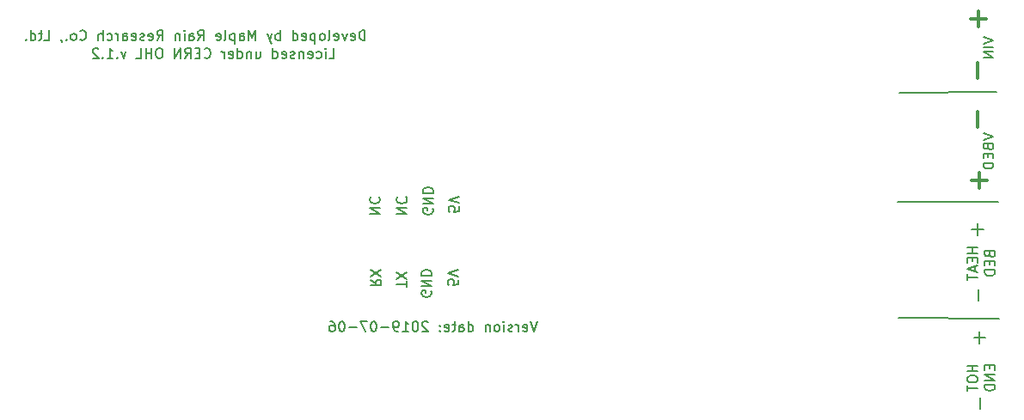
<source format=gbo>
G04 #@! TF.GenerationSoftware,KiCad,Pcbnew,5.0.2-bee76a0~70~ubuntu18.04.1*
G04 #@! TF.CreationDate,2019-07-27T20:09:16+09:00*
G04 #@! TF.ProjectId,MRR_ESPA,4d52525f-4553-4504-912e-6b696361645f,v1.2*
G04 #@! TF.SameCoordinates,Original*
G04 #@! TF.FileFunction,Legend,Bot*
G04 #@! TF.FilePolarity,Positive*
%FSLAX46Y46*%
G04 Gerber Fmt 4.6, Leading zero omitted, Abs format (unit mm)*
G04 Created by KiCad (PCBNEW 5.0.2-bee76a0~70~ubuntu18.04.1) date Sat 27 Jul 2019 08:09:16 PM JST*
%MOMM*%
%LPD*%
G01*
G04 APERTURE LIST*
%ADD10C,0.200000*%
%ADD11C,0.300000*%
G04 APERTURE END LIST*
D10*
X144150000Y-97200000D02*
X134300000Y-97150000D01*
X144050000Y-85750000D02*
X134200000Y-85750000D01*
X143900000Y-74900000D02*
X134350000Y-74950000D01*
X142052380Y-101859523D02*
X141052380Y-101859523D01*
X141528571Y-101859523D02*
X141528571Y-102430952D01*
X142052380Y-102430952D02*
X141052380Y-102430952D01*
X141052380Y-103097619D02*
X141052380Y-103288095D01*
X141100000Y-103383333D01*
X141195238Y-103478571D01*
X141385714Y-103526190D01*
X141719047Y-103526190D01*
X141909523Y-103478571D01*
X142004761Y-103383333D01*
X142052380Y-103288095D01*
X142052380Y-103097619D01*
X142004761Y-103002380D01*
X141909523Y-102907142D01*
X141719047Y-102859523D01*
X141385714Y-102859523D01*
X141195238Y-102907142D01*
X141100000Y-103002380D01*
X141052380Y-103097619D01*
X141052380Y-103811904D02*
X141052380Y-104383333D01*
X142052380Y-104097619D02*
X141052380Y-104097619D01*
X143228571Y-101811904D02*
X143228571Y-102145238D01*
X143752380Y-102288095D02*
X143752380Y-101811904D01*
X142752380Y-101811904D01*
X142752380Y-102288095D01*
X143752380Y-102716666D02*
X142752380Y-102716666D01*
X143752380Y-103288095D01*
X142752380Y-103288095D01*
X143752380Y-103764285D02*
X142752380Y-103764285D01*
X142752380Y-104002380D01*
X142800000Y-104145238D01*
X142895238Y-104240476D01*
X142990476Y-104288095D01*
X143180952Y-104335714D01*
X143323809Y-104335714D01*
X143514285Y-104288095D01*
X143609523Y-104240476D01*
X143704761Y-104145238D01*
X143752380Y-104002380D01*
X143752380Y-103764285D01*
X142052380Y-90202380D02*
X141052380Y-90202380D01*
X141528571Y-90202380D02*
X141528571Y-90773809D01*
X142052380Y-90773809D02*
X141052380Y-90773809D01*
X141528571Y-91250000D02*
X141528571Y-91583333D01*
X142052380Y-91726190D02*
X142052380Y-91250000D01*
X141052380Y-91250000D01*
X141052380Y-91726190D01*
X141766666Y-92107142D02*
X141766666Y-92583333D01*
X142052380Y-92011904D02*
X141052380Y-92345238D01*
X142052380Y-92678571D01*
X141052380Y-92869047D02*
X141052380Y-93440476D01*
X142052380Y-93154761D02*
X141052380Y-93154761D01*
X143228571Y-90869047D02*
X143276190Y-91011904D01*
X143323809Y-91059523D01*
X143419047Y-91107142D01*
X143561904Y-91107142D01*
X143657142Y-91059523D01*
X143704761Y-91011904D01*
X143752380Y-90916666D01*
X143752380Y-90535714D01*
X142752380Y-90535714D01*
X142752380Y-90869047D01*
X142800000Y-90964285D01*
X142847619Y-91011904D01*
X142942857Y-91059523D01*
X143038095Y-91059523D01*
X143133333Y-91011904D01*
X143180952Y-90964285D01*
X143228571Y-90869047D01*
X143228571Y-90535714D01*
X143228571Y-91535714D02*
X143228571Y-91869047D01*
X143752380Y-92011904D02*
X143752380Y-91535714D01*
X142752380Y-91535714D01*
X142752380Y-92011904D01*
X143752380Y-92440476D02*
X142752380Y-92440476D01*
X142752380Y-92678571D01*
X142800000Y-92821428D01*
X142895238Y-92916666D01*
X142990476Y-92964285D01*
X143180952Y-93011904D01*
X143323809Y-93011904D01*
X143514285Y-92964285D01*
X143609523Y-92916666D01*
X143704761Y-92821428D01*
X143752380Y-92678571D01*
X143752380Y-92440476D01*
X142602380Y-78964285D02*
X143602380Y-79297619D01*
X142602380Y-79630952D01*
X143078571Y-80297619D02*
X143126190Y-80440476D01*
X143173809Y-80488095D01*
X143269047Y-80535714D01*
X143411904Y-80535714D01*
X143507142Y-80488095D01*
X143554761Y-80440476D01*
X143602380Y-80345238D01*
X143602380Y-79964285D01*
X142602380Y-79964285D01*
X142602380Y-80297619D01*
X142650000Y-80392857D01*
X142697619Y-80440476D01*
X142792857Y-80488095D01*
X142888095Y-80488095D01*
X142983333Y-80440476D01*
X143030952Y-80392857D01*
X143078571Y-80297619D01*
X143078571Y-79964285D01*
X143078571Y-80964285D02*
X143078571Y-81297619D01*
X143602380Y-81440476D02*
X143602380Y-80964285D01*
X142602380Y-80964285D01*
X142602380Y-81440476D01*
X143602380Y-81869047D02*
X142602380Y-81869047D01*
X142602380Y-82107142D01*
X142650000Y-82250000D01*
X142745238Y-82345238D01*
X142840476Y-82392857D01*
X143030952Y-82440476D01*
X143173809Y-82440476D01*
X143364285Y-82392857D01*
X143459523Y-82345238D01*
X143554761Y-82250000D01*
X143602380Y-82107142D01*
X143602380Y-81869047D01*
X142602380Y-69454761D02*
X143602380Y-69788095D01*
X142602380Y-70121428D01*
X143602380Y-70454761D02*
X142602380Y-70454761D01*
X143602380Y-70930952D02*
X142602380Y-70930952D01*
X143602380Y-71502380D01*
X142602380Y-71502380D01*
X142317142Y-106136428D02*
X142317142Y-104993571D01*
X142242142Y-99686428D02*
X142242142Y-98543571D01*
X142813571Y-99115000D02*
X141670714Y-99115000D01*
X142057142Y-89006428D02*
X142057142Y-87863571D01*
X142628571Y-88435000D02*
X141485714Y-88435000D01*
X142132142Y-95456428D02*
X142132142Y-94313571D01*
D11*
X141398095Y-67722857D02*
X142921904Y-67722857D01*
X142160000Y-68484761D02*
X142160000Y-66960952D01*
X142052857Y-73541904D02*
X142052857Y-72018095D01*
X141438095Y-83612857D02*
X142961904Y-83612857D01*
X142200000Y-84374761D02*
X142200000Y-82850952D01*
X142082857Y-78331904D02*
X142082857Y-76808095D01*
D10*
X98677714Y-97496380D02*
X98344380Y-98496380D01*
X98011047Y-97496380D01*
X97296761Y-98448761D02*
X97392000Y-98496380D01*
X97582476Y-98496380D01*
X97677714Y-98448761D01*
X97725333Y-98353523D01*
X97725333Y-97972571D01*
X97677714Y-97877333D01*
X97582476Y-97829714D01*
X97392000Y-97829714D01*
X97296761Y-97877333D01*
X97249142Y-97972571D01*
X97249142Y-98067809D01*
X97725333Y-98163047D01*
X96820571Y-98496380D02*
X96820571Y-97829714D01*
X96820571Y-98020190D02*
X96772952Y-97924952D01*
X96725333Y-97877333D01*
X96630095Y-97829714D01*
X96534857Y-97829714D01*
X96249142Y-98448761D02*
X96153904Y-98496380D01*
X95963428Y-98496380D01*
X95868190Y-98448761D01*
X95820571Y-98353523D01*
X95820571Y-98305904D01*
X95868190Y-98210666D01*
X95963428Y-98163047D01*
X96106285Y-98163047D01*
X96201523Y-98115428D01*
X96249142Y-98020190D01*
X96249142Y-97972571D01*
X96201523Y-97877333D01*
X96106285Y-97829714D01*
X95963428Y-97829714D01*
X95868190Y-97877333D01*
X95391999Y-98496380D02*
X95391999Y-97829714D01*
X95391999Y-97496380D02*
X95439619Y-97544000D01*
X95391999Y-97591619D01*
X95344380Y-97544000D01*
X95391999Y-97496380D01*
X95391999Y-97591619D01*
X94772952Y-98496380D02*
X94868190Y-98448761D01*
X94915809Y-98401142D01*
X94963428Y-98305904D01*
X94963428Y-98020190D01*
X94915809Y-97924952D01*
X94868190Y-97877333D01*
X94772952Y-97829714D01*
X94630095Y-97829714D01*
X94534857Y-97877333D01*
X94487238Y-97924952D01*
X94439619Y-98020190D01*
X94439619Y-98305904D01*
X94487238Y-98401142D01*
X94534857Y-98448761D01*
X94630095Y-98496380D01*
X94772952Y-98496380D01*
X94011047Y-97829714D02*
X94011047Y-98496380D01*
X94011047Y-97924952D02*
X93963428Y-97877333D01*
X93868190Y-97829714D01*
X93725333Y-97829714D01*
X93630095Y-97877333D01*
X93582476Y-97972571D01*
X93582476Y-98496380D01*
X91915809Y-98496380D02*
X91915809Y-97496380D01*
X91915809Y-98448761D02*
X92011047Y-98496380D01*
X92201523Y-98496380D01*
X92296761Y-98448761D01*
X92344380Y-98401142D01*
X92391999Y-98305904D01*
X92391999Y-98020190D01*
X92344380Y-97924952D01*
X92296761Y-97877333D01*
X92201523Y-97829714D01*
X92011047Y-97829714D01*
X91915809Y-97877333D01*
X91011047Y-98496380D02*
X91011047Y-97972571D01*
X91058666Y-97877333D01*
X91153904Y-97829714D01*
X91344380Y-97829714D01*
X91439619Y-97877333D01*
X91011047Y-98448761D02*
X91106285Y-98496380D01*
X91344380Y-98496380D01*
X91439619Y-98448761D01*
X91487238Y-98353523D01*
X91487238Y-98258285D01*
X91439619Y-98163047D01*
X91344380Y-98115428D01*
X91106285Y-98115428D01*
X91011047Y-98067809D01*
X90677714Y-97829714D02*
X90296761Y-97829714D01*
X90534857Y-97496380D02*
X90534857Y-98353523D01*
X90487238Y-98448761D01*
X90391999Y-98496380D01*
X90296761Y-98496380D01*
X89582476Y-98448761D02*
X89677714Y-98496380D01*
X89868190Y-98496380D01*
X89963428Y-98448761D01*
X90011047Y-98353523D01*
X90011047Y-97972571D01*
X89963428Y-97877333D01*
X89868190Y-97829714D01*
X89677714Y-97829714D01*
X89582476Y-97877333D01*
X89534857Y-97972571D01*
X89534857Y-98067809D01*
X90011047Y-98163047D01*
X89106285Y-98401142D02*
X89058666Y-98448761D01*
X89106285Y-98496380D01*
X89153904Y-98448761D01*
X89106285Y-98401142D01*
X89106285Y-98496380D01*
X89106285Y-97877333D02*
X89058666Y-97924952D01*
X89106285Y-97972571D01*
X89153904Y-97924952D01*
X89106285Y-97877333D01*
X89106285Y-97972571D01*
X87915809Y-97591619D02*
X87868190Y-97544000D01*
X87772952Y-97496380D01*
X87534857Y-97496380D01*
X87439619Y-97544000D01*
X87391999Y-97591619D01*
X87344380Y-97686857D01*
X87344380Y-97782095D01*
X87391999Y-97924952D01*
X87963428Y-98496380D01*
X87344380Y-98496380D01*
X86725333Y-97496380D02*
X86630095Y-97496380D01*
X86534857Y-97544000D01*
X86487238Y-97591619D01*
X86439619Y-97686857D01*
X86391999Y-97877333D01*
X86391999Y-98115428D01*
X86439619Y-98305904D01*
X86487238Y-98401142D01*
X86534857Y-98448761D01*
X86630095Y-98496380D01*
X86725333Y-98496380D01*
X86820571Y-98448761D01*
X86868190Y-98401142D01*
X86915809Y-98305904D01*
X86963428Y-98115428D01*
X86963428Y-97877333D01*
X86915809Y-97686857D01*
X86868190Y-97591619D01*
X86820571Y-97544000D01*
X86725333Y-97496380D01*
X85439619Y-98496380D02*
X86011047Y-98496380D01*
X85725333Y-98496380D02*
X85725333Y-97496380D01*
X85820571Y-97639238D01*
X85915809Y-97734476D01*
X86011047Y-97782095D01*
X84963428Y-98496380D02*
X84772952Y-98496380D01*
X84677714Y-98448761D01*
X84630095Y-98401142D01*
X84534857Y-98258285D01*
X84487238Y-98067809D01*
X84487238Y-97686857D01*
X84534857Y-97591619D01*
X84582476Y-97544000D01*
X84677714Y-97496380D01*
X84868190Y-97496380D01*
X84963428Y-97544000D01*
X85011047Y-97591619D01*
X85058666Y-97686857D01*
X85058666Y-97924952D01*
X85011047Y-98020190D01*
X84963428Y-98067809D01*
X84868190Y-98115428D01*
X84677714Y-98115428D01*
X84582476Y-98067809D01*
X84534857Y-98020190D01*
X84487238Y-97924952D01*
X84058666Y-98115428D02*
X83296761Y-98115428D01*
X82630095Y-97496380D02*
X82534857Y-97496380D01*
X82439619Y-97544000D01*
X82391999Y-97591619D01*
X82344380Y-97686857D01*
X82296761Y-97877333D01*
X82296761Y-98115428D01*
X82344380Y-98305904D01*
X82391999Y-98401142D01*
X82439619Y-98448761D01*
X82534857Y-98496380D01*
X82630095Y-98496380D01*
X82725333Y-98448761D01*
X82772952Y-98401142D01*
X82820571Y-98305904D01*
X82868190Y-98115428D01*
X82868190Y-97877333D01*
X82820571Y-97686857D01*
X82772952Y-97591619D01*
X82725333Y-97544000D01*
X82630095Y-97496380D01*
X81963428Y-97496380D02*
X81296761Y-97496380D01*
X81725333Y-98496380D01*
X80915809Y-98115428D02*
X80153904Y-98115428D01*
X79487238Y-97496380D02*
X79391999Y-97496380D01*
X79296761Y-97544000D01*
X79249142Y-97591619D01*
X79201523Y-97686857D01*
X79153904Y-97877333D01*
X79153904Y-98115428D01*
X79201523Y-98305904D01*
X79249142Y-98401142D01*
X79296761Y-98448761D01*
X79391999Y-98496380D01*
X79487238Y-98496380D01*
X79582476Y-98448761D01*
X79630095Y-98401142D01*
X79677714Y-98305904D01*
X79725333Y-98115428D01*
X79725333Y-97877333D01*
X79677714Y-97686857D01*
X79630095Y-97591619D01*
X79582476Y-97544000D01*
X79487238Y-97496380D01*
X78296761Y-97496380D02*
X78487238Y-97496380D01*
X78582476Y-97544000D01*
X78630095Y-97591619D01*
X78725333Y-97734476D01*
X78772952Y-97924952D01*
X78772952Y-98305904D01*
X78725333Y-98401142D01*
X78677714Y-98448761D01*
X78582476Y-98496380D01*
X78391999Y-98496380D01*
X78296761Y-98448761D01*
X78249142Y-98401142D01*
X78201523Y-98305904D01*
X78201523Y-98067809D01*
X78249142Y-97972571D01*
X78296761Y-97924952D01*
X78391999Y-97877333D01*
X78582476Y-97877333D01*
X78677714Y-97924952D01*
X78725333Y-97972571D01*
X78772952Y-98067809D01*
X81714476Y-69794380D02*
X81714476Y-68794380D01*
X81476380Y-68794380D01*
X81333523Y-68842000D01*
X81238285Y-68937238D01*
X81190666Y-69032476D01*
X81143047Y-69222952D01*
X81143047Y-69365809D01*
X81190666Y-69556285D01*
X81238285Y-69651523D01*
X81333523Y-69746761D01*
X81476380Y-69794380D01*
X81714476Y-69794380D01*
X80333523Y-69746761D02*
X80428761Y-69794380D01*
X80619238Y-69794380D01*
X80714476Y-69746761D01*
X80762095Y-69651523D01*
X80762095Y-69270571D01*
X80714476Y-69175333D01*
X80619238Y-69127714D01*
X80428761Y-69127714D01*
X80333523Y-69175333D01*
X80285904Y-69270571D01*
X80285904Y-69365809D01*
X80762095Y-69461047D01*
X79952571Y-69127714D02*
X79714476Y-69794380D01*
X79476380Y-69127714D01*
X78714476Y-69746761D02*
X78809714Y-69794380D01*
X79000190Y-69794380D01*
X79095428Y-69746761D01*
X79143047Y-69651523D01*
X79143047Y-69270571D01*
X79095428Y-69175333D01*
X79000190Y-69127714D01*
X78809714Y-69127714D01*
X78714476Y-69175333D01*
X78666857Y-69270571D01*
X78666857Y-69365809D01*
X79143047Y-69461047D01*
X78095428Y-69794380D02*
X78190666Y-69746761D01*
X78238285Y-69651523D01*
X78238285Y-68794380D01*
X77571619Y-69794380D02*
X77666857Y-69746761D01*
X77714476Y-69699142D01*
X77762095Y-69603904D01*
X77762095Y-69318190D01*
X77714476Y-69222952D01*
X77666857Y-69175333D01*
X77571619Y-69127714D01*
X77428761Y-69127714D01*
X77333523Y-69175333D01*
X77285904Y-69222952D01*
X77238285Y-69318190D01*
X77238285Y-69603904D01*
X77285904Y-69699142D01*
X77333523Y-69746761D01*
X77428761Y-69794380D01*
X77571619Y-69794380D01*
X76809714Y-69127714D02*
X76809714Y-70127714D01*
X76809714Y-69175333D02*
X76714476Y-69127714D01*
X76524000Y-69127714D01*
X76428761Y-69175333D01*
X76381142Y-69222952D01*
X76333523Y-69318190D01*
X76333523Y-69603904D01*
X76381142Y-69699142D01*
X76428761Y-69746761D01*
X76524000Y-69794380D01*
X76714476Y-69794380D01*
X76809714Y-69746761D01*
X75524000Y-69746761D02*
X75619238Y-69794380D01*
X75809714Y-69794380D01*
X75904952Y-69746761D01*
X75952571Y-69651523D01*
X75952571Y-69270571D01*
X75904952Y-69175333D01*
X75809714Y-69127714D01*
X75619238Y-69127714D01*
X75524000Y-69175333D01*
X75476380Y-69270571D01*
X75476380Y-69365809D01*
X75952571Y-69461047D01*
X74619238Y-69794380D02*
X74619238Y-68794380D01*
X74619238Y-69746761D02*
X74714476Y-69794380D01*
X74904952Y-69794380D01*
X75000190Y-69746761D01*
X75047809Y-69699142D01*
X75095428Y-69603904D01*
X75095428Y-69318190D01*
X75047809Y-69222952D01*
X75000190Y-69175333D01*
X74904952Y-69127714D01*
X74714476Y-69127714D01*
X74619238Y-69175333D01*
X73381142Y-69794380D02*
X73381142Y-68794380D01*
X73381142Y-69175333D02*
X73285904Y-69127714D01*
X73095428Y-69127714D01*
X73000190Y-69175333D01*
X72952571Y-69222952D01*
X72904952Y-69318190D01*
X72904952Y-69603904D01*
X72952571Y-69699142D01*
X73000190Y-69746761D01*
X73095428Y-69794380D01*
X73285904Y-69794380D01*
X73381142Y-69746761D01*
X72571619Y-69127714D02*
X72333523Y-69794380D01*
X72095428Y-69127714D02*
X72333523Y-69794380D01*
X72428761Y-70032476D01*
X72476380Y-70080095D01*
X72571619Y-70127714D01*
X70952571Y-69794380D02*
X70952571Y-68794380D01*
X70619238Y-69508666D01*
X70285904Y-68794380D01*
X70285904Y-69794380D01*
X69381142Y-69794380D02*
X69381142Y-69270571D01*
X69428761Y-69175333D01*
X69524000Y-69127714D01*
X69714476Y-69127714D01*
X69809714Y-69175333D01*
X69381142Y-69746761D02*
X69476380Y-69794380D01*
X69714476Y-69794380D01*
X69809714Y-69746761D01*
X69857333Y-69651523D01*
X69857333Y-69556285D01*
X69809714Y-69461047D01*
X69714476Y-69413428D01*
X69476380Y-69413428D01*
X69381142Y-69365809D01*
X68904952Y-69127714D02*
X68904952Y-70127714D01*
X68904952Y-69175333D02*
X68809714Y-69127714D01*
X68619238Y-69127714D01*
X68524000Y-69175333D01*
X68476380Y-69222952D01*
X68428761Y-69318190D01*
X68428761Y-69603904D01*
X68476380Y-69699142D01*
X68524000Y-69746761D01*
X68619238Y-69794380D01*
X68809714Y-69794380D01*
X68904952Y-69746761D01*
X67857333Y-69794380D02*
X67952571Y-69746761D01*
X68000190Y-69651523D01*
X68000190Y-68794380D01*
X67095428Y-69746761D02*
X67190666Y-69794380D01*
X67381142Y-69794380D01*
X67476380Y-69746761D01*
X67524000Y-69651523D01*
X67524000Y-69270571D01*
X67476380Y-69175333D01*
X67381142Y-69127714D01*
X67190666Y-69127714D01*
X67095428Y-69175333D01*
X67047809Y-69270571D01*
X67047809Y-69365809D01*
X67524000Y-69461047D01*
X65285904Y-69794380D02*
X65619238Y-69318190D01*
X65857333Y-69794380D02*
X65857333Y-68794380D01*
X65476380Y-68794380D01*
X65381142Y-68842000D01*
X65333523Y-68889619D01*
X65285904Y-68984857D01*
X65285904Y-69127714D01*
X65333523Y-69222952D01*
X65381142Y-69270571D01*
X65476380Y-69318190D01*
X65857333Y-69318190D01*
X64428761Y-69794380D02*
X64428761Y-69270571D01*
X64476380Y-69175333D01*
X64571619Y-69127714D01*
X64762095Y-69127714D01*
X64857333Y-69175333D01*
X64428761Y-69746761D02*
X64524000Y-69794380D01*
X64762095Y-69794380D01*
X64857333Y-69746761D01*
X64904952Y-69651523D01*
X64904952Y-69556285D01*
X64857333Y-69461047D01*
X64762095Y-69413428D01*
X64524000Y-69413428D01*
X64428761Y-69365809D01*
X63952571Y-69794380D02*
X63952571Y-69127714D01*
X63952571Y-68794380D02*
X64000190Y-68842000D01*
X63952571Y-68889619D01*
X63904952Y-68842000D01*
X63952571Y-68794380D01*
X63952571Y-68889619D01*
X63476380Y-69127714D02*
X63476380Y-69794380D01*
X63476380Y-69222952D02*
X63428761Y-69175333D01*
X63333523Y-69127714D01*
X63190666Y-69127714D01*
X63095428Y-69175333D01*
X63047809Y-69270571D01*
X63047809Y-69794380D01*
X61238285Y-69794380D02*
X61571619Y-69318190D01*
X61809714Y-69794380D02*
X61809714Y-68794380D01*
X61428761Y-68794380D01*
X61333523Y-68842000D01*
X61285904Y-68889619D01*
X61238285Y-68984857D01*
X61238285Y-69127714D01*
X61285904Y-69222952D01*
X61333523Y-69270571D01*
X61428761Y-69318190D01*
X61809714Y-69318190D01*
X60428761Y-69746761D02*
X60524000Y-69794380D01*
X60714476Y-69794380D01*
X60809714Y-69746761D01*
X60857333Y-69651523D01*
X60857333Y-69270571D01*
X60809714Y-69175333D01*
X60714476Y-69127714D01*
X60524000Y-69127714D01*
X60428761Y-69175333D01*
X60381142Y-69270571D01*
X60381142Y-69365809D01*
X60857333Y-69461047D01*
X60000190Y-69746761D02*
X59904952Y-69794380D01*
X59714476Y-69794380D01*
X59619238Y-69746761D01*
X59571619Y-69651523D01*
X59571619Y-69603904D01*
X59619238Y-69508666D01*
X59714476Y-69461047D01*
X59857333Y-69461047D01*
X59952571Y-69413428D01*
X60000190Y-69318190D01*
X60000190Y-69270571D01*
X59952571Y-69175333D01*
X59857333Y-69127714D01*
X59714476Y-69127714D01*
X59619238Y-69175333D01*
X58762095Y-69746761D02*
X58857333Y-69794380D01*
X59047809Y-69794380D01*
X59143047Y-69746761D01*
X59190666Y-69651523D01*
X59190666Y-69270571D01*
X59143047Y-69175333D01*
X59047809Y-69127714D01*
X58857333Y-69127714D01*
X58762095Y-69175333D01*
X58714476Y-69270571D01*
X58714476Y-69365809D01*
X59190666Y-69461047D01*
X57857333Y-69794380D02*
X57857333Y-69270571D01*
X57904952Y-69175333D01*
X58000190Y-69127714D01*
X58190666Y-69127714D01*
X58285904Y-69175333D01*
X57857333Y-69746761D02*
X57952571Y-69794380D01*
X58190666Y-69794380D01*
X58285904Y-69746761D01*
X58333523Y-69651523D01*
X58333523Y-69556285D01*
X58285904Y-69461047D01*
X58190666Y-69413428D01*
X57952571Y-69413428D01*
X57857333Y-69365809D01*
X57381142Y-69794380D02*
X57381142Y-69127714D01*
X57381142Y-69318190D02*
X57333523Y-69222952D01*
X57285904Y-69175333D01*
X57190666Y-69127714D01*
X57095428Y-69127714D01*
X56333523Y-69746761D02*
X56428761Y-69794380D01*
X56619238Y-69794380D01*
X56714476Y-69746761D01*
X56762095Y-69699142D01*
X56809714Y-69603904D01*
X56809714Y-69318190D01*
X56762095Y-69222952D01*
X56714476Y-69175333D01*
X56619238Y-69127714D01*
X56428761Y-69127714D01*
X56333523Y-69175333D01*
X55904952Y-69794380D02*
X55904952Y-68794380D01*
X55476380Y-69794380D02*
X55476380Y-69270571D01*
X55524000Y-69175333D01*
X55619238Y-69127714D01*
X55762095Y-69127714D01*
X55857333Y-69175333D01*
X55904952Y-69222952D01*
X53666857Y-69699142D02*
X53714476Y-69746761D01*
X53857333Y-69794380D01*
X53952571Y-69794380D01*
X54095428Y-69746761D01*
X54190666Y-69651523D01*
X54238285Y-69556285D01*
X54285904Y-69365809D01*
X54285904Y-69222952D01*
X54238285Y-69032476D01*
X54190666Y-68937238D01*
X54095428Y-68842000D01*
X53952571Y-68794380D01*
X53857333Y-68794380D01*
X53714476Y-68842000D01*
X53666857Y-68889619D01*
X53095428Y-69794380D02*
X53190666Y-69746761D01*
X53238285Y-69699142D01*
X53285904Y-69603904D01*
X53285904Y-69318190D01*
X53238285Y-69222952D01*
X53190666Y-69175333D01*
X53095428Y-69127714D01*
X52952571Y-69127714D01*
X52857333Y-69175333D01*
X52809714Y-69222952D01*
X52762095Y-69318190D01*
X52762095Y-69603904D01*
X52809714Y-69699142D01*
X52857333Y-69746761D01*
X52952571Y-69794380D01*
X53095428Y-69794380D01*
X52333523Y-69699142D02*
X52285904Y-69746761D01*
X52333523Y-69794380D01*
X52381142Y-69746761D01*
X52333523Y-69699142D01*
X52333523Y-69794380D01*
X51809714Y-69746761D02*
X51809714Y-69794380D01*
X51857333Y-69889619D01*
X51904952Y-69937238D01*
X50143047Y-69794380D02*
X50619238Y-69794380D01*
X50619238Y-68794380D01*
X49952571Y-69127714D02*
X49571619Y-69127714D01*
X49809714Y-68794380D02*
X49809714Y-69651523D01*
X49762095Y-69746761D01*
X49666857Y-69794380D01*
X49571619Y-69794380D01*
X48809714Y-69794380D02*
X48809714Y-68794380D01*
X48809714Y-69746761D02*
X48904952Y-69794380D01*
X49095428Y-69794380D01*
X49190666Y-69746761D01*
X49238285Y-69699142D01*
X49285904Y-69603904D01*
X49285904Y-69318190D01*
X49238285Y-69222952D01*
X49190666Y-69175333D01*
X49095428Y-69127714D01*
X48904952Y-69127714D01*
X48809714Y-69175333D01*
X48333523Y-69699142D02*
X48285904Y-69746761D01*
X48333523Y-69794380D01*
X48381142Y-69746761D01*
X48333523Y-69699142D01*
X48333523Y-69794380D01*
X78182952Y-71572380D02*
X78659142Y-71572380D01*
X78659142Y-70572380D01*
X77849619Y-71572380D02*
X77849619Y-70905714D01*
X77849619Y-70572380D02*
X77897238Y-70620000D01*
X77849619Y-70667619D01*
X77802000Y-70620000D01*
X77849619Y-70572380D01*
X77849619Y-70667619D01*
X76944857Y-71524761D02*
X77040095Y-71572380D01*
X77230571Y-71572380D01*
X77325809Y-71524761D01*
X77373428Y-71477142D01*
X77421047Y-71381904D01*
X77421047Y-71096190D01*
X77373428Y-71000952D01*
X77325809Y-70953333D01*
X77230571Y-70905714D01*
X77040095Y-70905714D01*
X76944857Y-70953333D01*
X76135333Y-71524761D02*
X76230571Y-71572380D01*
X76421047Y-71572380D01*
X76516285Y-71524761D01*
X76563904Y-71429523D01*
X76563904Y-71048571D01*
X76516285Y-70953333D01*
X76421047Y-70905714D01*
X76230571Y-70905714D01*
X76135333Y-70953333D01*
X76087714Y-71048571D01*
X76087714Y-71143809D01*
X76563904Y-71239047D01*
X75659142Y-70905714D02*
X75659142Y-71572380D01*
X75659142Y-71000952D02*
X75611523Y-70953333D01*
X75516285Y-70905714D01*
X75373428Y-70905714D01*
X75278190Y-70953333D01*
X75230571Y-71048571D01*
X75230571Y-71572380D01*
X74802000Y-71524761D02*
X74706761Y-71572380D01*
X74516285Y-71572380D01*
X74421047Y-71524761D01*
X74373428Y-71429523D01*
X74373428Y-71381904D01*
X74421047Y-71286666D01*
X74516285Y-71239047D01*
X74659142Y-71239047D01*
X74754380Y-71191428D01*
X74802000Y-71096190D01*
X74802000Y-71048571D01*
X74754380Y-70953333D01*
X74659142Y-70905714D01*
X74516285Y-70905714D01*
X74421047Y-70953333D01*
X73563904Y-71524761D02*
X73659142Y-71572380D01*
X73849619Y-71572380D01*
X73944857Y-71524761D01*
X73992476Y-71429523D01*
X73992476Y-71048571D01*
X73944857Y-70953333D01*
X73849619Y-70905714D01*
X73659142Y-70905714D01*
X73563904Y-70953333D01*
X73516285Y-71048571D01*
X73516285Y-71143809D01*
X73992476Y-71239047D01*
X72659142Y-71572380D02*
X72659142Y-70572380D01*
X72659142Y-71524761D02*
X72754380Y-71572380D01*
X72944857Y-71572380D01*
X73040095Y-71524761D01*
X73087714Y-71477142D01*
X73135333Y-71381904D01*
X73135333Y-71096190D01*
X73087714Y-71000952D01*
X73040095Y-70953333D01*
X72944857Y-70905714D01*
X72754380Y-70905714D01*
X72659142Y-70953333D01*
X70992476Y-70905714D02*
X70992476Y-71572380D01*
X71421047Y-70905714D02*
X71421047Y-71429523D01*
X71373428Y-71524761D01*
X71278190Y-71572380D01*
X71135333Y-71572380D01*
X71040095Y-71524761D01*
X70992476Y-71477142D01*
X70516285Y-70905714D02*
X70516285Y-71572380D01*
X70516285Y-71000952D02*
X70468666Y-70953333D01*
X70373428Y-70905714D01*
X70230571Y-70905714D01*
X70135333Y-70953333D01*
X70087714Y-71048571D01*
X70087714Y-71572380D01*
X69182952Y-71572380D02*
X69182952Y-70572380D01*
X69182952Y-71524761D02*
X69278190Y-71572380D01*
X69468666Y-71572380D01*
X69563904Y-71524761D01*
X69611523Y-71477142D01*
X69659142Y-71381904D01*
X69659142Y-71096190D01*
X69611523Y-71000952D01*
X69563904Y-70953333D01*
X69468666Y-70905714D01*
X69278190Y-70905714D01*
X69182952Y-70953333D01*
X68325809Y-71524761D02*
X68421047Y-71572380D01*
X68611523Y-71572380D01*
X68706761Y-71524761D01*
X68754380Y-71429523D01*
X68754380Y-71048571D01*
X68706761Y-70953333D01*
X68611523Y-70905714D01*
X68421047Y-70905714D01*
X68325809Y-70953333D01*
X68278190Y-71048571D01*
X68278190Y-71143809D01*
X68754380Y-71239047D01*
X67849619Y-71572380D02*
X67849619Y-70905714D01*
X67849619Y-71096190D02*
X67802000Y-71000952D01*
X67754380Y-70953333D01*
X67659142Y-70905714D01*
X67563904Y-70905714D01*
X65897238Y-71477142D02*
X65944857Y-71524761D01*
X66087714Y-71572380D01*
X66182952Y-71572380D01*
X66325809Y-71524761D01*
X66421047Y-71429523D01*
X66468666Y-71334285D01*
X66516285Y-71143809D01*
X66516285Y-71000952D01*
X66468666Y-70810476D01*
X66421047Y-70715238D01*
X66325809Y-70620000D01*
X66182952Y-70572380D01*
X66087714Y-70572380D01*
X65944857Y-70620000D01*
X65897238Y-70667619D01*
X65468666Y-71048571D02*
X65135333Y-71048571D01*
X64992476Y-71572380D02*
X65468666Y-71572380D01*
X65468666Y-70572380D01*
X64992476Y-70572380D01*
X63992476Y-71572380D02*
X64325809Y-71096190D01*
X64563904Y-71572380D02*
X64563904Y-70572380D01*
X64182952Y-70572380D01*
X64087714Y-70620000D01*
X64040095Y-70667619D01*
X63992476Y-70762857D01*
X63992476Y-70905714D01*
X64040095Y-71000952D01*
X64087714Y-71048571D01*
X64182952Y-71096190D01*
X64563904Y-71096190D01*
X63563904Y-71572380D02*
X63563904Y-70572380D01*
X62992476Y-71572380D01*
X62992476Y-70572380D01*
X61563904Y-70572380D02*
X61373428Y-70572380D01*
X61278190Y-70620000D01*
X61182952Y-70715238D01*
X61135333Y-70905714D01*
X61135333Y-71239047D01*
X61182952Y-71429523D01*
X61278190Y-71524761D01*
X61373428Y-71572380D01*
X61563904Y-71572380D01*
X61659142Y-71524761D01*
X61754380Y-71429523D01*
X61802000Y-71239047D01*
X61802000Y-70905714D01*
X61754380Y-70715238D01*
X61659142Y-70620000D01*
X61563904Y-70572380D01*
X60706761Y-71572380D02*
X60706761Y-70572380D01*
X60706761Y-71048571D02*
X60135333Y-71048571D01*
X60135333Y-71572380D02*
X60135333Y-70572380D01*
X59182952Y-71572380D02*
X59659142Y-71572380D01*
X59659142Y-70572380D01*
X58182952Y-70905714D02*
X57944857Y-71572380D01*
X57706761Y-70905714D01*
X57325809Y-71477142D02*
X57278190Y-71524761D01*
X57325809Y-71572380D01*
X57373428Y-71524761D01*
X57325809Y-71477142D01*
X57325809Y-71572380D01*
X56325809Y-71572380D02*
X56897238Y-71572380D01*
X56611523Y-71572380D02*
X56611523Y-70572380D01*
X56706761Y-70715238D01*
X56802000Y-70810476D01*
X56897238Y-70858095D01*
X55897238Y-71477142D02*
X55849619Y-71524761D01*
X55897238Y-71572380D01*
X55944857Y-71524761D01*
X55897238Y-71477142D01*
X55897238Y-71572380D01*
X55468666Y-70667619D02*
X55421047Y-70620000D01*
X55325809Y-70572380D01*
X55087714Y-70572380D01*
X54992476Y-70620000D01*
X54944857Y-70667619D01*
X54897238Y-70762857D01*
X54897238Y-70858095D01*
X54944857Y-71000952D01*
X55516285Y-71572380D01*
X54897238Y-71572380D01*
X82306866Y-93399106D02*
X82783056Y-93732440D01*
X82306866Y-93970535D02*
X83306866Y-93970535D01*
X83306866Y-93589582D01*
X83259247Y-93494344D01*
X83211627Y-93446725D01*
X83116389Y-93399106D01*
X82973532Y-93399106D01*
X82878294Y-93446725D01*
X82830675Y-93494344D01*
X82783056Y-93589582D01*
X82783056Y-93970535D01*
X83306866Y-93065773D02*
X82306866Y-92399106D01*
X83306866Y-92399106D02*
X82306866Y-93065773D01*
X85806866Y-94119344D02*
X85806866Y-93547916D01*
X84806866Y-93833630D02*
X85806866Y-93833630D01*
X85806866Y-93309820D02*
X84806866Y-92643154D01*
X85806866Y-92643154D02*
X84806866Y-93309820D01*
X82206866Y-86868154D02*
X83206866Y-86868154D01*
X82206866Y-86296725D01*
X83206866Y-86296725D01*
X82302104Y-85249106D02*
X82254485Y-85296725D01*
X82206866Y-85439582D01*
X82206866Y-85534820D01*
X82254485Y-85677678D01*
X82349723Y-85772916D01*
X82444961Y-85820535D01*
X82635437Y-85868154D01*
X82778294Y-85868154D01*
X82968770Y-85820535D01*
X83064008Y-85772916D01*
X83159247Y-85677678D01*
X83206866Y-85534820D01*
X83206866Y-85439582D01*
X83159247Y-85296725D01*
X83111627Y-85249106D01*
X84856866Y-86868154D02*
X85856866Y-86868154D01*
X84856866Y-86296725D01*
X85856866Y-86296725D01*
X84952104Y-85249106D02*
X84904485Y-85296725D01*
X84856866Y-85439582D01*
X84856866Y-85534820D01*
X84904485Y-85677678D01*
X84999723Y-85772916D01*
X85094961Y-85820535D01*
X85285437Y-85868154D01*
X85428294Y-85868154D01*
X85618770Y-85820535D01*
X85714008Y-85772916D01*
X85809247Y-85677678D01*
X85856866Y-85534820D01*
X85856866Y-85439582D01*
X85809247Y-85296725D01*
X85761627Y-85249106D01*
X88384247Y-86394344D02*
X88431866Y-86489582D01*
X88431866Y-86632440D01*
X88384247Y-86775297D01*
X88289008Y-86870535D01*
X88193770Y-86918154D01*
X88003294Y-86965773D01*
X87860437Y-86965773D01*
X87669961Y-86918154D01*
X87574723Y-86870535D01*
X87479485Y-86775297D01*
X87431866Y-86632440D01*
X87431866Y-86537201D01*
X87479485Y-86394344D01*
X87527104Y-86346725D01*
X87860437Y-86346725D01*
X87860437Y-86537201D01*
X87431866Y-85918154D02*
X88431866Y-85918154D01*
X87431866Y-85346725D01*
X88431866Y-85346725D01*
X87431866Y-84870535D02*
X88431866Y-84870535D01*
X88431866Y-84632440D01*
X88384247Y-84489582D01*
X88289008Y-84394344D01*
X88193770Y-84346725D01*
X88003294Y-84299106D01*
X87860437Y-84299106D01*
X87669961Y-84346725D01*
X87574723Y-84394344D01*
X87479485Y-84489582D01*
X87431866Y-84632440D01*
X87431866Y-84870535D01*
X88234247Y-94519344D02*
X88281866Y-94614582D01*
X88281866Y-94757440D01*
X88234247Y-94900297D01*
X88139008Y-94995535D01*
X88043770Y-95043154D01*
X87853294Y-95090773D01*
X87710437Y-95090773D01*
X87519961Y-95043154D01*
X87424723Y-94995535D01*
X87329485Y-94900297D01*
X87281866Y-94757440D01*
X87281866Y-94662201D01*
X87329485Y-94519344D01*
X87377104Y-94471725D01*
X87710437Y-94471725D01*
X87710437Y-94662201D01*
X87281866Y-94043154D02*
X88281866Y-94043154D01*
X87281866Y-93471725D01*
X88281866Y-93471725D01*
X87281866Y-92995535D02*
X88281866Y-92995535D01*
X88281866Y-92757440D01*
X88234247Y-92614582D01*
X88139008Y-92519344D01*
X88043770Y-92471725D01*
X87853294Y-92424106D01*
X87710437Y-92424106D01*
X87519961Y-92471725D01*
X87424723Y-92519344D01*
X87329485Y-92614582D01*
X87281866Y-92757440D01*
X87281866Y-92995535D01*
X90881866Y-93397916D02*
X90881866Y-93874106D01*
X90405675Y-93921725D01*
X90453294Y-93874106D01*
X90500913Y-93778868D01*
X90500913Y-93540773D01*
X90453294Y-93445535D01*
X90405675Y-93397916D01*
X90310437Y-93350297D01*
X90072342Y-93350297D01*
X89977104Y-93397916D01*
X89929485Y-93445535D01*
X89881866Y-93540773D01*
X89881866Y-93778868D01*
X89929485Y-93874106D01*
X89977104Y-93921725D01*
X90881866Y-93064582D02*
X89881866Y-92731249D01*
X90881866Y-92397916D01*
X90956866Y-86172916D02*
X90956866Y-86649106D01*
X90480675Y-86696725D01*
X90528294Y-86649106D01*
X90575913Y-86553868D01*
X90575913Y-86315773D01*
X90528294Y-86220535D01*
X90480675Y-86172916D01*
X90385437Y-86125297D01*
X90147342Y-86125297D01*
X90052104Y-86172916D01*
X90004485Y-86220535D01*
X89956866Y-86315773D01*
X89956866Y-86553868D01*
X90004485Y-86649106D01*
X90052104Y-86696725D01*
X90956866Y-85839582D02*
X89956866Y-85506249D01*
X90956866Y-85172916D01*
M02*

</source>
